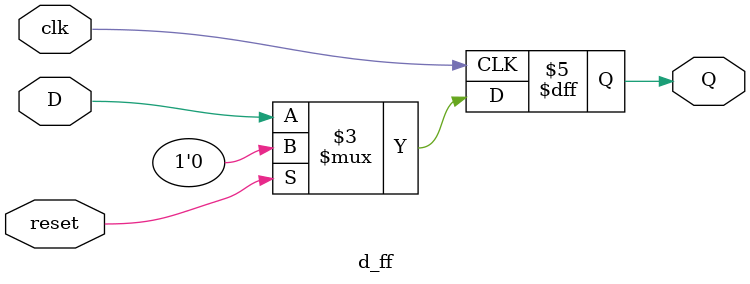
<source format=v>
module d_ff(
    input D,clk,reset,
    output reg Q
);
always @(posedge clk) begin
    if(reset) Q<= 1'b0;
    else begin
        Q = D;
    end
end
endmodule
</source>
